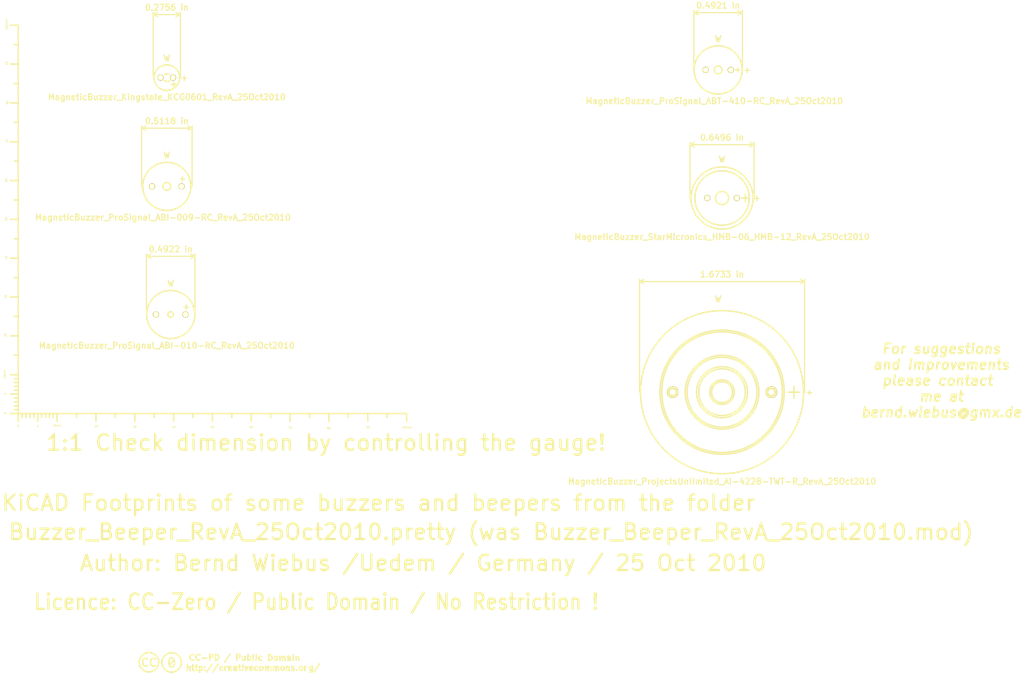
<source format=kicad_pcb>
(kicad_pcb (version 3) (host pcbnew "(2014-02-28 BZR 4727)-product")

  (general
    (links 0)
    (no_connects 0)
    (area 15.306039 16.3576 261.53513 180.09997)
    (thickness 1.6002)
    (drawings 12)
    (tracks 0)
    (zones 0)
    (modules 8)
    (nets 1)
  )

  (page A4)
  (layers
    (15 Vorderseite signal)
    (0 Rückseite signal)
    (16 B.Adhes user)
    (17 F.Adhes user)
    (18 B.Paste user)
    (19 F.Paste user)
    (20 B.SilkS user)
    (21 F.SilkS user)
    (22 B.Mask user)
    (23 F.Mask user)
    (24 Dwgs.User user)
    (25 Cmts.User user)
    (26 Eco1.User user)
    (27 Eco2.User user)
    (28 Edge.Cuts user)
  )

  (setup
    (last_trace_width 0.2032)
    (trace_clearance 0.254)
    (zone_clearance 0.508)
    (zone_45_only no)
    (trace_min 0.2032)
    (segment_width 0.3048)
    (edge_width 0.3048)
    (via_size 0.889)
    (via_drill 0.635)
    (via_min_size 0.889)
    (via_min_drill 0.508)
    (uvia_size 0.508)
    (uvia_drill 0.127)
    (uvias_allowed no)
    (uvia_min_size 0.508)
    (uvia_min_drill 0.127)
    (pcb_text_width 0.3048)
    (pcb_text_size 1.524 1.524)
    (mod_edge_width 0.3048)
    (mod_text_size 1.27 1.27)
    (mod_text_width 0.254)
    (pad_size 5.99948 5.99948)
    (pad_drill 5.00126)
    (pad_to_mask_clearance 0.254)
    (aux_axis_origin 0 0)
    (visible_elements 7FFFFFFF)
    (pcbplotparams
      (layerselection 3178497)
      (usegerberextensions true)
      (excludeedgelayer true)
      (linewidth 0.150000)
      (plotframeref false)
      (viasonmask false)
      (mode 1)
      (useauxorigin false)
      (hpglpennumber 1)
      (hpglpenspeed 20)
      (hpglpendiameter 15)
      (hpglpenoverlay 2)
      (psnegative false)
      (psa4output false)
      (plotreference true)
      (plotvalue true)
      (plotothertext true)
      (plotinvisibletext false)
      (padsonsilk false)
      (subtractmaskfromsilk false)
      (outputformat 1)
      (mirror false)
      (drillshape 1)
      (scaleselection 1)
      (outputdirectory ""))
  )

  (net 0 "")

  (net_class Default "Dies ist die voreingestellte Netzklasse."
    (clearance 0.254)
    (trace_width 0.2032)
    (via_dia 0.889)
    (via_drill 0.635)
    (uvia_dia 0.508)
    (uvia_drill 0.127)
    (add_net "")
  )

  (module MagneticBuzzer_Kingstate_KCG0601_RevA_25Oct2010 (layer Vorderseite) (tedit 4D88ECCA) (tstamp 4D88EC31)
    (at 55.99938 35.99942)
    (descr "Buzzer, Elektromagnetic Beeper, Summer,")
    (tags "Kingstate, KCG0601,")
    (path MagneticBuzzer_Kingstate_KCG0601_RevA_25Oct2010)
    (fp_text reference W (at 0 -5.00126) (layer F.SilkS)
      (effects (font (thickness 0.3048)))
    )
    (fp_text value MagneticBuzzer_Kingstate_KCG0601_RevA_25Oct2010 (at 0 5.00126) (layer F.SilkS)
      (effects (font (thickness 0.3048)))
    )
    (fp_line (start 1.24968 1.75006) (end 2.25044 1.75006) (layer F.SilkS) (width 0.381))
    (fp_line (start 1.75006 1.24968) (end 1.75006 2.25044) (layer F.SilkS) (width 0.381))
    (fp_line (start 0.70104 0.70104) (end 0.59944 0.8001) (layer F.SilkS) (width 0.381))
    (fp_line (start 0.59944 0.8001) (end 0.39878 0.89916) (layer F.SilkS) (width 0.381))
    (fp_line (start 0.39878 0.89916) (end 0.09906 1.00076) (layer F.SilkS) (width 0.381))
    (fp_line (start 0.09906 1.00076) (end -0.09906 1.00076) (layer F.SilkS) (width 0.381))
    (fp_line (start -0.09906 1.00076) (end -0.39878 0.89916) (layer F.SilkS) (width 0.381))
    (fp_line (start -0.39878 0.89916) (end -0.59944 0.8001) (layer F.SilkS) (width 0.381))
    (fp_line (start 0.59944 -0.8001) (end 0.39878 -0.89916) (layer F.SilkS) (width 0.381))
    (fp_line (start 0.39878 -0.89916) (end 0.09906 -1.00076) (layer F.SilkS) (width 0.381))
    (fp_line (start 0.09906 -1.00076) (end -0.09906 -1.00076) (layer F.SilkS) (width 0.381))
    (fp_line (start -0.09906 -1.00076) (end -0.39878 -0.89916) (layer F.SilkS) (width 0.381))
    (fp_line (start -0.39878 -0.89916) (end -0.59944 -0.8001) (layer F.SilkS) (width 0.381))
    (fp_circle (center 0 0) (end 3.29946 0) (layer F.SilkS) (width 0.381))
    (fp_text user + (at 4.50088 0) (layer F.SilkS)
      (effects (font (thickness 0.3048)))
    )
    (pad 1 thru_hole circle (at -1.6002 0) (size 1.6002 1.6002) (drill 1.00076) (layers *.Cu *.Mask F.SilkS))
    (pad 2 thru_hole circle (at 1.6002 0) (size 1.6002 1.6002) (drill 1.00076) (layers *.Cu *.Mask F.SilkS))
  )

  (module MagneticBuzzer_ProjectsUnlimited_AI-4228-TWT-R_RevA_25Oct2010 (layer Vorderseite) (tedit 4CC43270) (tstamp 4D88EC38)
    (at 198.99884 117.00002)
    (descr "Buzzer, Elektromagnetic Beeper, Summer, 3-28V-DC,")
    (tags "Projects Unlimited, AI-4228-TWT-R,")
    (fp_text reference W (at -1.00076 -24.00046) (layer F.SilkS)
      (effects (font (thickness 0.3048)))
    )
    (fp_text value MagneticBuzzer_ProjectsUnlimited_AI-4228-TWT-R_RevA_25Oct2010 (at 0 22.9997) (layer F.SilkS)
      (effects (font (thickness 0.3048)))
    )
    (fp_line (start 18.49882 0) (end 18.49882 1.50114) (layer F.SilkS) (width 0.381))
    (fp_line (start 18.49882 0) (end 18.49882 -1.50114) (layer F.SilkS) (width 0.381))
    (fp_line (start 18.49882 0) (end 17.00022 0) (layer F.SilkS) (width 0.381))
    (fp_line (start 17.00022 0) (end 19.99996 0) (layer F.SilkS) (width 0.381))
    (fp_circle (center 0 0) (end 2.49936 1.00076) (layer F.SilkS) (width 0.381))
    (fp_circle (center 0 0) (end 2.99974 1.00076) (layer F.SilkS) (width 0.381))
    (fp_circle (center 0 0) (end 5.99948 0.50038) (layer F.SilkS) (width 0.381))
    (fp_circle (center 0 0) (end 6.49986 1.00076) (layer F.SilkS) (width 0.381))
    (fp_circle (center 0 0) (end 8.99922 0) (layer F.SilkS) (width 0.381))
    (fp_circle (center 0 0) (end 9.4996 0) (layer F.SilkS) (width 0.381))
    (fp_circle (center 0 0) (end 15.49908 1.00076) (layer F.SilkS) (width 0.381))
    (fp_circle (center 0 0) (end 15.99946 0) (layer F.SilkS) (width 0.381))
    (fp_circle (center 0 0) (end 21.00072 0) (layer F.SilkS) (width 0.381))
    (fp_text user + (at 22.49932 0) (layer F.SilkS)
      (effects (font (thickness 0.3048)))
    )
    (pad 1 thru_hole circle (at -12.7 0) (size 2.99974 2.99974) (drill 1.50114) (layers *.Cu *.Mask F.SilkS))
    (pad 2 thru_hole circle (at 12.7 0) (size 2.99974 2.99974) (drill 1.50114) (layers *.Cu *.Mask F.SilkS))
  )

  (module MagneticBuzzer_ProSignal_ABI-009-RC_RevA_25Oct2010 (layer Vorderseite) (tedit 4CC43334) (tstamp 4D88EC40)
    (at 55.99938 64.00038)
    (descr "Buzzer, Elektromagnetic Beeper, Summer, 6V-DC,")
    (tags "Pro Signal, ABI-009-RC,")
    (fp_text reference W (at 0 -8.001) (layer F.SilkS)
      (effects (font (thickness 0.3048)))
    )
    (fp_text value MagneticBuzzer_ProSignal_ABI-009-RC_RevA_25Oct2010 (at -1.00076 8.001) (layer F.SilkS)
      (effects (font (thickness 0.3048)))
    )
    (fp_circle (center 0 0) (end 1.00076 0) (layer F.SilkS) (width 0.381))
    (fp_text user + (at 4.0005 -1.99898) (layer F.SilkS)
      (effects (font (thickness 0.3048)))
    )
    (fp_circle (center 0 0) (end 6.20014 0) (layer F.SilkS) (width 0.381))
    (pad 1 thru_hole circle (at -3.79984 0) (size 1.6002 1.6002) (drill 1.00076) (layers *.Cu *.Mask F.SilkS))
    (pad 2 thru_hole circle (at 3.79984 0) (size 1.6002 1.6002) (drill 1.00076) (layers *.Cu *.Mask F.SilkS))
  )

  (module MagneticBuzzer_ProSignal_ABI-010-RC_RevA_25Oct2010 (layer Vorderseite) (tedit 4CC43322) (tstamp 4D88EC48)
    (at 57.00014 97.00006)
    (descr "Buzzer, Elektromagnetic Beeper, Summer, 12V-DC,")
    (tags "Pro Signal, ABI-010-RC,")
    (fp_text reference W (at 0 -8.001) (layer F.SilkS)
      (effects (font (thickness 0.3048)))
    )
    (fp_text value MagneticBuzzer_ProSignal_ABI-010-RC_RevA_25Oct2010 (at -1.00076 8.001) (layer F.SilkS)
      (effects (font (thickness 0.3048)))
    )
    (fp_circle (center 0 0) (end 0.50038 0.50038) (layer F.SilkS) (width 0.381))
    (fp_text user + (at 4.0005 -1.99898) (layer F.SilkS)
      (effects (font (thickness 0.3048)))
    )
    (fp_circle (center 0 0) (end 6.20014 0) (layer F.SilkS) (width 0.381))
    (pad 1 thru_hole circle (at -3.79984 0) (size 1.6002 1.6002) (drill 1.00076) (layers *.Cu *.Mask F.SilkS))
    (pad 2 thru_hole circle (at 3.79984 0) (size 1.6002 1.6002) (drill 1.00076) (layers *.Cu *.Mask F.SilkS))
  )

  (module MagneticBuzzer_ProSignal_ABT-410-RC_RevA_25Oct2010 (layer Vorderseite) (tedit 4CC432DA) (tstamp 4D88EC57)
    (at 198.00062 34.00044)
    (descr "Buzzer, Elektromagnetic Beeper, Summer, 1,5V-DC,")
    (tags "Pro Signal, ABT-410-RC,")
    (fp_text reference W (at 0 -8.001) (layer F.SilkS)
      (effects (font (thickness 0.3048)))
    )
    (fp_text value MagneticBuzzer_ProSignal_ABT-410-RC_RevA_25Oct2010 (at -1.00076 8.001) (layer F.SilkS)
      (effects (font (thickness 0.3048)))
    )
    (fp_line (start 5.00126 -0.50038) (end 5.00126 0.50038) (layer F.SilkS) (width 0.381))
    (fp_line (start 4.50088 0) (end 5.4991 0) (layer F.SilkS) (width 0.381))
    (fp_circle (center 0 0) (end 1.00076 0) (layer F.SilkS) (width 0.381))
    (fp_text user + (at 7.50062 0) (layer F.SilkS)
      (effects (font (thickness 0.3048)))
    )
    (fp_circle (center 0 0) (end 6.20014 0) (layer F.SilkS) (width 0.381))
    (pad 1 thru_hole circle (at -3.2512 0) (size 1.6002 1.6002) (drill 1.00076) (layers *.Cu *.Mask F.SilkS))
    (pad 2 thru_hole circle (at 3.2512 0) (size 1.6002 1.6002) (drill 1.00076) (layers *.Cu *.Mask F.SilkS))
  )

  (module MagneticBuzzer_StarMicronics_HMB-06_HMB-12_RevA_25Oct2010 (layer Vorderseite) (tedit 4CC43363) (tstamp 4D88EC5E)
    (at 198.99884 67.00012)
    (descr "Buzzer, Elektromagnetic Beeper, Summer,")
    (tags "Star Micronics, HMB-06, HMB-12,")
    (fp_text reference W (at 0 -9.99998) (layer F.SilkS)
      (effects (font (thickness 0.3048)))
    )
    (fp_text value MagneticBuzzer_StarMicronics_HMB-06_HMB-12_RevA_25Oct2010 (at 0 9.99998) (layer F.SilkS)
      (effects (font (thickness 0.3048)))
    )
    (fp_line (start 5.99948 -1.00076) (end 5.99948 1.00076) (layer F.SilkS) (width 0.381))
    (fp_line (start 5.00126 0) (end 7.00024 0) (layer F.SilkS) (width 0.381))
    (fp_circle (center 0 0) (end 1.69926 0) (layer F.SilkS) (width 0.381))
    (fp_circle (center 0 0) (end 7.00024 0) (layer F.SilkS) (width 0.381))
    (fp_circle (center 0 0) (end 8.001 0) (layer F.SilkS) (width 0.381))
    (fp_text user + (at 8.99922 0) (layer F.SilkS)
      (effects (font (thickness 0.3048)))
    )
    (pad 1 thru_hole circle (at -3.79984 0) (size 1.6002 1.6002) (drill 1.00076) (layers *.Cu *.Mask F.SilkS))
    (pad 2 thru_hole circle (at 3.79984 0) (size 1.6002 1.6002) (drill 1.00076) (layers *.Cu *.Mask F.SilkS))
  )

  (module Gauge_100mm_Type2_SilkScreenTop_RevA_Date22Jun2010 (layer Vorderseite) (tedit 4C20E30C) (tstamp 4D88F07A)
    (at 17.74952 122.49912)
    (descr "Gauge, Massstab, 100mm, SilkScreenTop, Type 2,")
    (tags "Gauge, Massstab, 100mm, SilkScreenTop, Type 2,")
    (path Gauge_100mm_Type2_SilkScreenTop_RevA_Date22Jun2010)
    (fp_text reference MSC (at 4.0005 8.99922) (layer F.SilkS) hide
      (effects (font (thickness 0.3048)))
    )
    (fp_text value Gauge_100mm_Type2_SilkScreenTop_RevA_Date22Jun2010 (at 45.9994 8.99922) (layer F.SilkS) hide
      (effects (font (thickness 0.3048)))
    )
    (fp_text user 10mm (at 10.00506 3.0988) (layer F.SilkS)
      (effects (font (size 0.50038 0.50038) (thickness 0.09906)))
    )
    (fp_text user 0 (at 0.00508 3.19786) (layer F.SilkS)
      (effects (font (size 0.50038 0.50038) (thickness 0.09906)))
    )
    (fp_text user 5 (at 5.0038 3.29946) (layer F.SilkS)
      (effects (font (size 0.50038 0.50038) (thickness 0.09906)))
    )
    (fp_text user 20 (at 20.1041 3.29946) (layer F.SilkS)
      (effects (font (size 0.50038 0.50038) (thickness 0.09906)))
    )
    (fp_text user 30 (at 30.00502 3.39852) (layer F.SilkS)
      (effects (font (size 0.50038 0.50038) (thickness 0.09906)))
    )
    (fp_text user 40 (at 40.005 3.50012) (layer F.SilkS)
      (effects (font (size 0.50038 0.50038) (thickness 0.09906)))
    )
    (fp_text user 50 (at 50.00498 3.50012) (layer F.SilkS)
      (effects (font (size 0.50038 0.50038) (thickness 0.09906)))
    )
    (fp_text user 60 (at 60.00496 3.50012) (layer F.SilkS)
      (effects (font (size 0.50038 0.50038) (thickness 0.09906)))
    )
    (fp_text user 70 (at 70.00494 3.70078) (layer F.SilkS)
      (effects (font (size 0.50038 0.50038) (thickness 0.09906)))
    )
    (fp_text user 80 (at 80.00492 3.79984) (layer F.SilkS)
      (effects (font (size 0.50038 0.50038) (thickness 0.09906)))
    )
    (fp_text user 90 (at 90.1065 3.60172) (layer F.SilkS)
      (effects (font (size 0.50038 0.50038) (thickness 0.09906)))
    )
    (fp_text user 100mm (at 100.10648 3.60172) (layer F.SilkS)
      (effects (font (size 0.50038 0.50038) (thickness 0.09906)))
    )
    (fp_line (start 0 -8.99922) (end -1.00076 -8.99922) (layer F.SilkS) (width 0.381))
    (fp_line (start 0 -8.001) (end -1.00076 -8.001) (layer F.SilkS) (width 0.381))
    (fp_line (start 0 -7.00024) (end -1.00076 -7.00024) (layer F.SilkS) (width 0.381))
    (fp_line (start 0 -5.99948) (end -1.00076 -5.99948) (layer F.SilkS) (width 0.381))
    (fp_line (start 0 -4.0005) (end -1.00076 -4.0005) (layer F.SilkS) (width 0.381))
    (fp_line (start 0 -2.99974) (end -1.00076 -2.99974) (layer F.SilkS) (width 0.381))
    (fp_line (start 0 -1.99898) (end -1.00076 -1.99898) (layer F.SilkS) (width 0.381))
    (fp_line (start 0 -1.00076) (end -1.00076 -1.00076) (layer F.SilkS) (width 0.381))
    (fp_line (start 0 0) (end -1.99898 0) (layer F.SilkS) (width 0.381))
    (fp_line (start 0 -5.00126) (end -1.99898 -5.00126) (layer F.SilkS) (width 0.381))
    (fp_line (start 0 -9.99998) (end -1.99898 -9.99998) (layer F.SilkS) (width 0.381))
    (fp_line (start 0 -15.00124) (end -1.00076 -15.00124) (layer F.SilkS) (width 0.381))
    (fp_line (start 0 -19.99996) (end -1.99898 -19.99996) (layer F.SilkS) (width 0.381))
    (fp_line (start 0 -25.00122) (end -1.00076 -25.00122) (layer F.SilkS) (width 0.381))
    (fp_line (start 0 -29.99994) (end -1.99898 -29.99994) (layer F.SilkS) (width 0.381))
    (fp_line (start 0 -35.0012) (end -1.00076 -35.0012) (layer F.SilkS) (width 0.381))
    (fp_line (start 0 -39.99992) (end -1.99898 -39.99992) (layer F.SilkS) (width 0.381))
    (fp_line (start 0 -45.00118) (end -1.00076 -45.00118) (layer F.SilkS) (width 0.381))
    (fp_line (start 0 -49.9999) (end -1.99898 -49.9999) (layer F.SilkS) (width 0.381))
    (fp_line (start 0 -55.00116) (end -1.00076 -55.00116) (layer F.SilkS) (width 0.381))
    (fp_line (start 0 -59.99988) (end -1.99898 -59.99988) (layer F.SilkS) (width 0.381))
    (fp_line (start 0 -65.00114) (end -1.00076 -65.00114) (layer F.SilkS) (width 0.381))
    (fp_line (start 0 -69.99986) (end -1.99898 -69.99986) (layer F.SilkS) (width 0.381))
    (fp_line (start 0 -75.00112) (end -1.00076 -75.00112) (layer F.SilkS) (width 0.381))
    (fp_line (start 0 -79.99984) (end -1.99898 -79.99984) (layer F.SilkS) (width 0.381))
    (fp_line (start 0 -85.0011) (end -1.00076 -85.0011) (layer F.SilkS) (width 0.381))
    (fp_line (start 0 -89.99982) (end -1.99898 -89.99982) (layer F.SilkS) (width 0.381))
    (fp_line (start 0 -95.00108) (end -1.00076 -95.00108) (layer F.SilkS) (width 0.381))
    (fp_line (start 0 0) (end 0 -99.9998) (layer F.SilkS) (width 0.381))
    (fp_line (start 0 -99.9998) (end -1.99898 -99.9998) (layer F.SilkS) (width 0.381))
    (fp_text user 100mm (at -2.99974 -100.20554 90) (layer F.SilkS)
      (effects (font (size 0.50038 0.50038) (thickness 0.09906)))
    )
    (fp_text user 90 (at -2.99974 -90.20556 90) (layer F.SilkS)
      (effects (font (size 0.50038 0.50038) (thickness 0.09906)))
    )
    (fp_text user 80 (at -2.80162 -80.10398 90) (layer F.SilkS)
      (effects (font (size 0.50038 0.50038) (thickness 0.09906)))
    )
    (fp_text user 70 (at -2.90068 -70.104 90) (layer F.SilkS)
      (effects (font (size 0.50038 0.50038) (thickness 0.09906)))
    )
    (fp_text user 60 (at -3.10134 -60.10402 90) (layer F.SilkS)
      (effects (font (size 0.50038 0.50038) (thickness 0.09906)))
    )
    (fp_text user 50 (at -3.10134 -50.10404 90) (layer F.SilkS)
      (effects (font (size 0.50038 0.50038) (thickness 0.09906)))
    )
    (fp_text user 40 (at -3.10134 -40.10406 90) (layer F.SilkS)
      (effects (font (size 0.50038 0.50038) (thickness 0.09906)))
    )
    (fp_text user 30 (at -3.20294 -30.10408 90) (layer F.SilkS)
      (effects (font (size 0.50038 0.50038) (thickness 0.09906)))
    )
    (fp_text user 20 (at -3.302 -20.20316 90) (layer F.SilkS)
      (effects (font (size 0.50038 0.50038) (thickness 0.09906)))
    )
    (fp_line (start 95.00108 0) (end 95.00108 1.00076) (layer F.SilkS) (width 0.381))
    (fp_line (start 89.99982 0) (end 89.99982 1.99898) (layer F.SilkS) (width 0.381))
    (fp_line (start 85.0011 0) (end 85.0011 1.00076) (layer F.SilkS) (width 0.381))
    (fp_line (start 79.99984 0) (end 79.99984 1.99898) (layer F.SilkS) (width 0.381))
    (fp_line (start 75.00112 0) (end 75.00112 1.00076) (layer F.SilkS) (width 0.381))
    (fp_line (start 69.99986 0) (end 69.99986 1.99898) (layer F.SilkS) (width 0.381))
    (fp_line (start 65.00114 0) (end 65.00114 1.00076) (layer F.SilkS) (width 0.381))
    (fp_line (start 59.99988 0) (end 59.99988 1.99898) (layer F.SilkS) (width 0.381))
    (fp_line (start 55.00116 0) (end 55.00116 1.00076) (layer F.SilkS) (width 0.381))
    (fp_line (start 49.9999 0) (end 49.9999 1.99898) (layer F.SilkS) (width 0.381))
    (fp_line (start 45.00118 0) (end 45.00118 1.00076) (layer F.SilkS) (width 0.381))
    (fp_line (start 39.99992 0) (end 39.99992 1.99898) (layer F.SilkS) (width 0.381))
    (fp_line (start 35.0012 0) (end 35.0012 1.00076) (layer F.SilkS) (width 0.381))
    (fp_line (start 29.99994 0) (end 29.99994 1.99898) (layer F.SilkS) (width 0.381))
    (fp_line (start 25.00122 0) (end 25.00122 1.00076) (layer F.SilkS) (width 0.381))
    (fp_line (start 19.99996 0) (end 19.99996 1.99898) (layer F.SilkS) (width 0.381))
    (fp_line (start 15.00124 0) (end 15.00124 1.00076) (layer F.SilkS) (width 0.381))
    (fp_line (start 9.99998 0) (end 99.9998 0) (layer F.SilkS) (width 0.381))
    (fp_line (start 99.9998 0) (end 99.9998 1.99898) (layer F.SilkS) (width 0.381))
    (fp_text user 5 (at -3.302 -5.10286 90) (layer F.SilkS)
      (effects (font (size 0.50038 0.50038) (thickness 0.09906)))
    )
    (fp_text user 0 (at -3.4036 -0.10414 90) (layer F.SilkS)
      (effects (font (size 0.50038 0.50038) (thickness 0.09906)))
    )
    (fp_text user 10mm (at -3.50266 -10.10412 90) (layer F.SilkS)
      (effects (font (size 0.50038 0.50038) (thickness 0.09906)))
    )
    (fp_line (start 8.99922 0) (end 8.99922 1.00076) (layer F.SilkS) (width 0.381))
    (fp_line (start 8.001 0) (end 8.001 1.00076) (layer F.SilkS) (width 0.381))
    (fp_line (start 7.00024 0) (end 7.00024 1.00076) (layer F.SilkS) (width 0.381))
    (fp_line (start 5.99948 0) (end 5.99948 1.00076) (layer F.SilkS) (width 0.381))
    (fp_line (start 4.0005 0) (end 4.0005 1.00076) (layer F.SilkS) (width 0.381))
    (fp_line (start 2.99974 0) (end 2.99974 1.00076) (layer F.SilkS) (width 0.381))
    (fp_line (start 1.99898 0) (end 1.99898 1.00076) (layer F.SilkS) (width 0.381))
    (fp_line (start 1.00076 0) (end 1.00076 1.00076) (layer F.SilkS) (width 0.381))
    (fp_line (start 5.00126 0) (end 5.00126 1.99898) (layer F.SilkS) (width 0.381))
    (fp_line (start 0 0) (end 0 1.99898) (layer F.SilkS) (width 0.381))
    (fp_line (start 0 0) (end 9.99998 0) (layer F.SilkS) (width 0.381))
    (fp_line (start 9.99998 0) (end 9.99998 1.99898) (layer F.SilkS) (width 0.381))
  )

  (module Symbols:Symbol_CreativeCommonsPublicDomain_SilkScreenTop_Small (layer Vorderseite) (tedit 5339B7A3) (tstamp 533A1702)
    (at 71 186.5)
    (descr "Symbol, Creative Commons Public Domain, SilkScreenTop, Small,")
    (tags "Symbol, Creative Commons Public Domain, SilkScreen Top, Small,")
    (path Symbol_CreativeCommons_CopperTop_Type2_Small)
    (fp_text reference Sym (at 0.59944 -7.29996) (layer F.SilkS) hide
      (effects (font (thickness 0.3048)))
    )
    (fp_text value Symbol_CreativeCommonsPublicDomain_SilkScreenTop_Small (at 0.59944 8.001) (layer F.SilkS) hide
      (effects (font (thickness 0.3048)))
    )
    (fp_line (start -13.2 -0.7) (end -14.25 0.85) (layer F.SilkS) (width 0.381))
    (fp_line (start 23 2.5) (end 24.3 0.45) (layer F.SilkS) (width 0.381))
    (fp_line (start 22.4 1.2) (end 22.05 1.15) (layer F.SilkS) (width 0.381))
    (fp_line (start 22.05 1.15) (end 21.8 1.3) (layer F.SilkS) (width 0.381))
    (fp_line (start 21.8 1.3) (end 21.75 1.7) (layer F.SilkS) (width 0.381))
    (fp_line (start 21.75 1.7) (end 21.95 2) (layer F.SilkS) (width 0.381))
    (fp_line (start 21.95 2) (end 22.15 2.1) (layer F.SilkS) (width 0.381))
    (fp_line (start 22.15 2.1) (end 22.4 2.1) (layer F.SilkS) (width 0.381))
    (fp_line (start 21.8 2.55) (end 22.05 2.65) (layer F.SilkS) (width 0.381))
    (fp_line (start 22.05 2.65) (end 22.35 2.55) (layer F.SilkS) (width 0.381))
    (fp_line (start 22.35 2.55) (end 22.5 2.25) (layer F.SilkS) (width 0.381))
    (fp_line (start 22.5 2.25) (end 22.5 1.1) (layer F.SilkS) (width 0.381))
    (fp_line (start 21.05 1.15) (end 20.9 1.15) (layer F.SilkS) (width 0.381))
    (fp_line (start 20.9 1.15) (end 20.65 1.3) (layer F.SilkS) (width 0.381))
    (fp_line (start 20.55 1.15) (end 20.55 2.2) (layer F.SilkS) (width 0.381))
    (fp_line (start 19.7 1.15) (end 19.4 1.15) (layer F.SilkS) (width 0.381))
    (fp_line (start 19.4 1.15) (end 19.15 1.35) (layer F.SilkS) (width 0.381))
    (fp_line (start 19.15 1.35) (end 19.15 1.7) (layer F.SilkS) (width 0.381))
    (fp_line (start 19.15 1.7) (end 19.25 2) (layer F.SilkS) (width 0.381))
    (fp_line (start 19.25 2) (end 19.55 2.2) (layer F.SilkS) (width 0.381))
    (fp_line (start 19.55 2.2) (end 19.85 2.05) (layer F.SilkS) (width 0.381))
    (fp_line (start 19.85 2.05) (end 19.95 1.7) (layer F.SilkS) (width 0.381))
    (fp_line (start 19.95 1.7) (end 19.95 1.45) (layer F.SilkS) (width 0.381))
    (fp_line (start 19.95 1.45) (end 19.75 1.2) (layer F.SilkS) (width 0.381))
    (fp_line (start 18.45 2) (end 18.45 2.15) (layer F.SilkS) (width 0.381))
    (fp_line (start 17.75 1.2) (end 17.45 1.1) (layer F.SilkS) (width 0.381))
    (fp_line (start 17.45 1.1) (end 17.2 1.25) (layer F.SilkS) (width 0.381))
    (fp_line (start 17.2 1.25) (end 17.2 1.5) (layer F.SilkS) (width 0.381))
    (fp_line (start 17.2 1.5) (end 17.5 1.65) (layer F.SilkS) (width 0.381))
    (fp_line (start 17.5 1.65) (end 17.75 1.75) (layer F.SilkS) (width 0.381))
    (fp_line (start 17.75 1.75) (end 17.8 2) (layer F.SilkS) (width 0.381))
    (fp_line (start 17.8 2) (end 17.55 2.15) (layer F.SilkS) (width 0.381))
    (fp_line (start 17.55 2.15) (end 17.3 2.2) (layer F.SilkS) (width 0.381))
    (fp_line (start 17.3 2.2) (end 17.2 2.1) (layer F.SilkS) (width 0.381))
    (fp_line (start 16.5 2.25) (end 16.55 1.4) (layer F.SilkS) (width 0.381))
    (fp_line (start 16.55 1.4) (end 16.4 1.2) (layer F.SilkS) (width 0.381))
    (fp_line (start 16.4 1.2) (end 16.2 1.2) (layer F.SilkS) (width 0.381))
    (fp_line (start 16.2 1.2) (end 15.9 1.3) (layer F.SilkS) (width 0.381))
    (fp_line (start 15.85 2.2) (end 15.85 1.15) (layer F.SilkS) (width 0.381))
    (fp_line (start 15.15 1.25) (end 15 1.15) (layer F.SilkS) (width 0.381))
    (fp_line (start 15 1.15) (end 14.75 1.15) (layer F.SilkS) (width 0.381))
    (fp_line (start 14.75 1.15) (end 14.55 1.2) (layer F.SilkS) (width 0.381))
    (fp_line (start 14.55 1.2) (end 14.45 1.4) (layer F.SilkS) (width 0.381))
    (fp_line (start 14.45 1.4) (end 14.4 1.7) (layer F.SilkS) (width 0.381))
    (fp_line (start 14.4 1.7) (end 14.45 1.9) (layer F.SilkS) (width 0.381))
    (fp_line (start 14.45 1.9) (end 14.6 2.1) (layer F.SilkS) (width 0.381))
    (fp_line (start 14.6 2.1) (end 14.85 2.15) (layer F.SilkS) (width 0.381))
    (fp_line (start 14.85 2.15) (end 15.1 2.05) (layer F.SilkS) (width 0.381))
    (fp_line (start 15.1 2.05) (end 15.2 1.8) (layer F.SilkS) (width 0.381))
    (fp_line (start 15.2 1.8) (end 15.25 1.6) (layer F.SilkS) (width 0.381))
    (fp_line (start 15.25 1.6) (end 15.2 1.35) (layer F.SilkS) (width 0.381))
    (fp_line (start 13.8 2.2) (end 13.75 1.3) (layer F.SilkS) (width 0.381))
    (fp_line (start 13.75 1.3) (end 13.6 1.15) (layer F.SilkS) (width 0.381))
    (fp_line (start 13.6 1.15) (end 13.35 1.2) (layer F.SilkS) (width 0.381))
    (fp_line (start 13.35 1.2) (end 13.2 1.3) (layer F.SilkS) (width 0.381))
    (fp_line (start 13.15 2.25) (end 13.15 1.3) (layer F.SilkS) (width 0.381))
    (fp_line (start 13.15 1.3) (end 12.95 1.15) (layer F.SilkS) (width 0.381))
    (fp_line (start 12.95 1.15) (end 12.7 1.2) (layer F.SilkS) (width 0.381))
    (fp_line (start 12.7 1.2) (end 12.55 1.25) (layer F.SilkS) (width 0.381))
    (fp_line (start 12.45 2.2) (end 12.45 1.2) (layer F.SilkS) (width 0.381))
    (fp_line (start 11.75 2.25) (end 11.75 1.35) (layer F.SilkS) (width 0.381))
    (fp_line (start 11.75 1.35) (end 11.6 1.2) (layer F.SilkS) (width 0.381))
    (fp_line (start 11.6 1.2) (end 11.4 1.15) (layer F.SilkS) (width 0.381))
    (fp_line (start 11.4 1.15) (end 11.1 1.25) (layer F.SilkS) (width 0.381))
    (fp_line (start 11.05 2.2) (end 11.05 1.35) (layer F.SilkS) (width 0.381))
    (fp_line (start 11.05 1.35) (end 10.9 1.2) (layer F.SilkS) (width 0.381))
    (fp_line (start 10.9 1.2) (end 10.5 1.25) (layer F.SilkS) (width 0.381))
    (fp_line (start 10.45 2.2) (end 10.45 1.15) (layer F.SilkS) (width 0.381))
    (fp_line (start 9.4 1.2) (end 9.2 1.2) (layer F.SilkS) (width 0.381))
    (fp_line (start 9.2 1.2) (end 8.9 1.55) (layer F.SilkS) (width 0.381))
    (fp_line (start 8.9 1.55) (end 9 2.05) (layer F.SilkS) (width 0.381))
    (fp_line (start 9 2.05) (end 9.25 2.15) (layer F.SilkS) (width 0.381))
    (fp_line (start 9.25 2.15) (end 9.5 2.1) (layer F.SilkS) (width 0.381))
    (fp_line (start 9.5 2.1) (end 9.7 1.95) (layer F.SilkS) (width 0.381))
    (fp_line (start 9.7 1.95) (end 9.8 1.65) (layer F.SilkS) (width 0.381))
    (fp_line (start 9.8 1.65) (end 9.75 1.35) (layer F.SilkS) (width 0.381))
    (fp_line (start 9.75 1.35) (end 9.55 1.2) (layer F.SilkS) (width 0.381))
    (fp_line (start 8.45 1.25) (end 8.2 1.15) (layer F.SilkS) (width 0.381))
    (fp_line (start 8.2 1.15) (end 7.95 1.15) (layer F.SilkS) (width 0.381))
    (fp_line (start 7.95 1.15) (end 7.75 1.35) (layer F.SilkS) (width 0.381))
    (fp_line (start 7.75 1.35) (end 7.65 1.75) (layer F.SilkS) (width 0.381))
    (fp_line (start 7.65 1.75) (end 7.7 2) (layer F.SilkS) (width 0.381))
    (fp_line (start 7.7 2) (end 7.85 2.1) (layer F.SilkS) (width 0.381))
    (fp_line (start 7.85 2.1) (end 8.15 2.15) (layer F.SilkS) (width 0.381))
    (fp_line (start 8.15 2.15) (end 8.35 2.05) (layer F.SilkS) (width 0.381))
    (fp_line (start 7.1 2.1) (end 6.85 2.15) (layer F.SilkS) (width 0.381))
    (fp_line (start 6.85 2.15) (end 6.6 2.15) (layer F.SilkS) (width 0.381))
    (fp_line (start 6.6 2.15) (end 6.4 1.95) (layer F.SilkS) (width 0.381))
    (fp_line (start 6.4 1.95) (end 6.35 1.6) (layer F.SilkS) (width 0.381))
    (fp_line (start 6.35 1.6) (end 6.35 1.25) (layer F.SilkS) (width 0.381))
    (fp_line (start 6.35 1.25) (end 6.6 1.15) (layer F.SilkS) (width 0.381))
    (fp_line (start 6.6 1.15) (end 6.95 1.15) (layer F.SilkS) (width 0.381))
    (fp_line (start 6.95 1.15) (end 7.15 1.35) (layer F.SilkS) (width 0.381))
    (fp_line (start 7.15 1.35) (end 7.2 1.45) (layer F.SilkS) (width 0.381))
    (fp_line (start 7.2 1.45) (end 6.45 1.7) (layer F.SilkS) (width 0.381))
    (fp_line (start 5.1 1.1) (end 5.5 2.15) (layer F.SilkS) (width 0.381))
    (fp_line (start 5.5 2.15) (end 5.85 1.15) (layer F.SilkS) (width 0.381))
    (fp_line (start 4.55 1.15) (end 4.55 2.15) (layer F.SilkS) (width 0.381))
    (fp_line (start 4.55 0.6) (end 4.55 0.75) (layer F.SilkS) (width 0.381))
    (fp_line (start 3.4 1.15) (end 4.05 1.15) (layer F.SilkS) (width 0.381))
    (fp_line (start 3.7 0.7) (end 3.7 1.95) (layer F.SilkS) (width 0.381))
    (fp_line (start 3.7 1.95) (end 3.85 2.1) (layer F.SilkS) (width 0.381))
    (fp_line (start 3.85 2.1) (end 4 2.15) (layer F.SilkS) (width 0.381))
    (fp_line (start 2.25 1.2) (end 2.4 1.15) (layer F.SilkS) (width 0.381))
    (fp_line (start 2.4 1.15) (end 2.8 1.15) (layer F.SilkS) (width 0.381))
    (fp_line (start 2.8 1.15) (end 2.95 1.35) (layer F.SilkS) (width 0.381))
    (fp_line (start 2.95 1.35) (end 2.95 2.2) (layer F.SilkS) (width 0.381))
    (fp_line (start 2.95 2.2) (end 2.95 2.15) (layer F.SilkS) (width 0.381))
    (fp_line (start 2.95 2.15) (end 2.45 2.15) (layer F.SilkS) (width 0.381))
    (fp_line (start 2.45 2.15) (end 2.3 2.05) (layer F.SilkS) (width 0.381))
    (fp_line (start 2.3 2.05) (end 2.25 1.8) (layer F.SilkS) (width 0.381))
    (fp_line (start 2.25 1.8) (end 2.35 1.65) (layer F.SilkS) (width 0.381))
    (fp_line (start 2.35 1.65) (end 2.85 1.6) (layer F.SilkS) (width 0.381))
    (fp_line (start 1.6 2.1) (end 1.3 2.15) (layer F.SilkS) (width 0.381))
    (fp_line (start 1.3 2.15) (end 1.05 2.15) (layer F.SilkS) (width 0.381))
    (fp_line (start 1.05 2.15) (end 0.95 1.85) (layer F.SilkS) (width 0.381))
    (fp_line (start 0.95 1.85) (end 0.9 1.5) (layer F.SilkS) (width 0.381))
    (fp_line (start 0.9 1.5) (end 1 1.25) (layer F.SilkS) (width 0.381))
    (fp_line (start 1 1.25) (end 1.2 1.15) (layer F.SilkS) (width 0.381))
    (fp_line (start 1.2 1.15) (end 1.45 1.15) (layer F.SilkS) (width 0.381))
    (fp_line (start 1.45 1.15) (end 1.65 1.35) (layer F.SilkS) (width 0.381))
    (fp_line (start 1.65 1.35) (end 1.65 1.45) (layer F.SilkS) (width 0.381))
    (fp_line (start 1.65 1.45) (end 1 1.7) (layer F.SilkS) (width 0.381))
    (fp_line (start 0.55 1.15) (end 0.3 1.2) (layer F.SilkS) (width 0.381))
    (fp_line (start 0.3 1.2) (end 0.1 1.35) (layer F.SilkS) (width 0.381))
    (fp_line (start 0 2.15) (end 0 1.1) (layer F.SilkS) (width 0.381))
    (fp_line (start -0.6 1.25) (end -0.85 1.15) (layer F.SilkS) (width 0.381))
    (fp_line (start -0.85 1.15) (end -1.15 1.2) (layer F.SilkS) (width 0.381))
    (fp_line (start -1.15 1.2) (end -1.35 1.6) (layer F.SilkS) (width 0.381))
    (fp_line (start -1.35 1.6) (end -1.25 2) (layer F.SilkS) (width 0.381))
    (fp_line (start -1.25 2) (end -0.95 2.15) (layer F.SilkS) (width 0.381))
    (fp_line (start -0.95 2.15) (end -0.65 2.05) (layer F.SilkS) (width 0.381))
    (fp_line (start -3.1 2.55) (end -1.8 0.55) (layer F.SilkS) (width 0.381))
    (fp_line (start -4.7 2.55) (end -3.4 0.6) (layer F.SilkS) (width 0.381))
    (fp_line (start -5.15 2) (end -5.2 2.15) (layer F.SilkS) (width 0.381))
    (fp_line (start -5.2 1.2) (end -5.2 1.3) (layer F.SilkS) (width 0.381))
    (fp_line (start -6.5 2.15) (end -6.15 2.15) (layer F.SilkS) (width 0.381))
    (fp_line (start -6.15 2.15) (end -5.9 1.95) (layer F.SilkS) (width 0.381))
    (fp_line (start -5.9 1.95) (end -5.8 1.65) (layer F.SilkS) (width 0.381))
    (fp_line (start -5.8 1.65) (end -5.85 1.3) (layer F.SilkS) (width 0.381))
    (fp_line (start -5.85 1.3) (end -6.1 1.15) (layer F.SilkS) (width 0.381))
    (fp_line (start -6.1 1.15) (end -6.45 1.25) (layer F.SilkS) (width 0.381))
    (fp_line (start -6.55 2.7) (end -6.55 1.15) (layer F.SilkS) (width 0.381))
    (fp_line (start -7.05 1.15) (end -7.55 1.15) (layer F.SilkS) (width 0.381))
    (fp_line (start -7.4 0.65) (end -7.4 2.05) (layer F.SilkS) (width 0.381))
    (fp_line (start -7.4 2.05) (end -7.15 2.15) (layer F.SilkS) (width 0.381))
    (fp_line (start -7.15 2.15) (end -7.05 2.15) (layer F.SilkS) (width 0.381))
    (fp_line (start -8.65 1.15) (end -8.05 1.15) (layer F.SilkS) (width 0.381))
    (fp_line (start -8.3 0.65) (end -8.3 2.05) (layer F.SilkS) (width 0.381))
    (fp_line (start -8.3 2.05) (end -8.15 2.2) (layer F.SilkS) (width 0.381))
    (fp_line (start -8.15 2.2) (end -7.95 2.2) (layer F.SilkS) (width 0.381))
    (fp_line (start -9 2.25) (end -9.05 1.4) (layer F.SilkS) (width 0.381))
    (fp_line (start -9.05 1.4) (end -9.15 1.2) (layer F.SilkS) (width 0.381))
    (fp_line (start -9.15 1.2) (end -9.55 1.2) (layer F.SilkS) (width 0.381))
    (fp_line (start -9.7 0.65) (end -9.7 2.15) (layer F.SilkS) (width 0.381))
    (fp_line (start 19 -0.45) (end 18.95 -1.15) (layer F.SilkS) (width 0.381))
    (fp_line (start 18.95 -1.15) (end 18.85 -1.35) (layer F.SilkS) (width 0.381))
    (fp_line (start 18.85 -1.35) (end 18.7 -1.4) (layer F.SilkS) (width 0.381))
    (fp_line (start 18.7 -1.4) (end 18.35 -1.35) (layer F.SilkS) (width 0.381))
    (fp_line (start 18.3 -1.4) (end 18.3 -0.5) (layer F.SilkS) (width 0.381))
    (fp_line (start 17.55 -1.4) (end 17.55 -0.45) (layer F.SilkS) (width 0.381))
    (fp_line (start 17.55 -1.95) (end 17.55 -1.85) (layer F.SilkS) (width 0.381))
    (fp_line (start 16.6 -0.95) (end 16.3 -0.95) (layer F.SilkS) (width 0.381))
    (fp_line (start 16.3 -0.95) (end 16.15 -0.8) (layer F.SilkS) (width 0.381))
    (fp_line (start 16.15 -0.8) (end 16.15 -0.55) (layer F.SilkS) (width 0.381))
    (fp_line (start 16.15 -0.55) (end 16.35 -0.45) (layer F.SilkS) (width 0.381))
    (fp_line (start 16.35 -0.45) (end 16.75 -0.5) (layer F.SilkS) (width 0.381))
    (fp_line (start 16.15 -1.35) (end 16.3 -1.45) (layer F.SilkS) (width 0.381))
    (fp_line (start 16.3 -1.45) (end 16.65 -1.45) (layer F.SilkS) (width 0.381))
    (fp_line (start 16.65 -1.45) (end 16.8 -1.25) (layer F.SilkS) (width 0.381))
    (fp_line (start 16.8 -1.25) (end 16.85 -0.4) (layer F.SilkS) (width 0.381))
    (fp_line (start 15.45 -0.35) (end 15.45 -1.1) (layer F.SilkS) (width 0.381))
    (fp_line (start 15.45 -1.1) (end 15.4 -1.3) (layer F.SilkS) (width 0.381))
    (fp_line (start 15.4 -1.3) (end 15.3 -1.4) (layer F.SilkS) (width 0.381))
    (fp_line (start 15.3 -1.4) (end 15.05 -1.4) (layer F.SilkS) (width 0.381))
    (fp_line (start 15.05 -1.4) (end 14.85 -1.3) (layer F.SilkS) (width 0.381))
    (fp_line (start 14.8 -0.4) (end 14.8 -1.25) (layer F.SilkS) (width 0.381))
    (fp_line (start 14.8 -1.25) (end 14.7 -1.35) (layer F.SilkS) (width 0.381))
    (fp_line (start 14.7 -1.35) (end 14.5 -1.4) (layer F.SilkS) (width 0.381))
    (fp_line (start 14.5 -1.4) (end 14.25 -1.35) (layer F.SilkS) (width 0.381))
    (fp_line (start 14.15 -0.4) (end 14.15 -1.45) (layer F.SilkS) (width 0.381))
    (fp_line (start 13.1 -1.45) (end 12.85 -1.35) (layer F.SilkS) (width 0.381))
    (fp_line (start 12.85 -1.35) (end 12.7 -1.05) (layer F.SilkS) (width 0.381))
    (fp_line (start 12.7 -1.05) (end 12.7 -0.7) (layer F.SilkS) (width 0.381))
    (fp_line (start 12.7 -0.7) (end 12.95 -0.45) (layer F.SilkS) (width 0.381))
    (fp_line (start 12.95 -0.45) (end 13.25 -0.5) (layer F.SilkS) (width 0.381))
    (fp_line (start 13.25 -0.5) (end 13.45 -0.75) (layer F.SilkS) (width 0.381))
    (fp_line (start 13.45 -0.75) (end 13.45 -1.1) (layer F.SilkS) (width 0.381))
    (fp_line (start 13.45 -1.1) (end 13.4 -1.25) (layer F.SilkS) (width 0.381))
    (fp_line (start 13.4 -1.25) (end 13.2 -1.4) (layer F.SilkS) (width 0.381))
    (fp_line (start 11.25 -1.95) (end 11.25 -0.45) (layer F.SilkS) (width 0.381))
    (fp_line (start 11.25 -0.45) (end 11.65 -0.45) (layer F.SilkS) (width 0.381))
    (fp_line (start 11.65 -0.45) (end 12 -0.7) (layer F.SilkS) (width 0.381))
    (fp_line (start 12 -0.7) (end 12.1 -1.15) (layer F.SilkS) (width 0.381))
    (fp_line (start 12.1 -1.15) (end 12 -1.65) (layer F.SilkS) (width 0.381))
    (fp_line (start 12 -1.65) (end 11.75 -1.9) (layer F.SilkS) (width 0.381))
    (fp_line (start 11.75 -1.9) (end 11.25 -1.95) (layer F.SilkS) (width 0.381))
    (fp_line (start 9.45 -1.35) (end 9.2 -1.45) (layer F.SilkS) (width 0.381))
    (fp_line (start 9.2 -1.45) (end 8.85 -1.4) (layer F.SilkS) (width 0.381))
    (fp_line (start 8.85 -1.4) (end 8.7 -1.1) (layer F.SilkS) (width 0.381))
    (fp_line (start 8.7 -1.1) (end 8.7 -0.75) (layer F.SilkS) (width 0.381))
    (fp_line (start 8.7 -0.75) (end 8.85 -0.5) (layer F.SilkS) (width 0.381))
    (fp_line (start 8.85 -0.5) (end 9.15 -0.45) (layer F.SilkS) (width 0.381))
    (fp_line (start 9.15 -0.45) (end 9.4 -0.5) (layer F.SilkS) (width 0.381))
    (fp_line (start 8.05 -1.45) (end 8.05 -0.5) (layer F.SilkS) (width 0.381))
    (fp_line (start 8.05 -1.9) (end 8.05 -1.8) (layer F.SilkS) (width 0.381))
    (fp_line (start 8.05 -1.8) (end 8 -1.8) (layer F.SilkS) (width 0.381))
    (fp_line (start 7.25 -1.9) (end 7.25 -0.6) (layer F.SilkS) (width 0.381))
    (fp_line (start 7.25 -0.6) (end 7.45 -0.45) (layer F.SilkS) (width 0.381))
    (fp_line (start 5.9 -1.95) (end 5.85 -0.45) (layer F.SilkS) (width 0.381))
    (fp_line (start 5.85 -0.45) (end 6.25 -0.45) (layer F.SilkS) (width 0.381))
    (fp_line (start 6.25 -0.45) (end 6.5 -0.6) (layer F.SilkS) (width 0.381))
    (fp_line (start 6.5 -0.6) (end 6.6 -1) (layer F.SilkS) (width 0.381))
    (fp_line (start 6.6 -1) (end 6.5 -1.35) (layer F.SilkS) (width 0.381))
    (fp_line (start 6.5 -1.35) (end 6.25 -1.45) (layer F.SilkS) (width 0.381))
    (fp_line (start 6.25 -1.45) (end 5.95 -1.45) (layer F.SilkS) (width 0.381))
    (fp_line (start 5.15 -1.45) (end 5.15 -0.45) (layer F.SilkS) (width 0.381))
    (fp_line (start 4.45 -1.4) (end 4.45 -1) (layer F.SilkS) (width 0.381))
    (fp_line (start 4.45 -1) (end 4.45 -0.65) (layer F.SilkS) (width 0.381))
    (fp_line (start 4.45 -0.65) (end 4.6 -0.5) (layer F.SilkS) (width 0.381))
    (fp_line (start 4.6 -0.5) (end 4.8 -0.45) (layer F.SilkS) (width 0.381))
    (fp_line (start 4.8 -0.45) (end 5.15 -0.55) (layer F.SilkS) (width 0.381))
    (fp_line (start 3 -0.45) (end 3 -1.95) (layer F.SilkS) (width 0.381))
    (fp_line (start 3 -1.95) (end 3.5 -1.95) (layer F.SilkS) (width 0.381))
    (fp_line (start 3.5 -1.95) (end 3.75 -1.85) (layer F.SilkS) (width 0.381))
    (fp_line (start 3.75 -1.85) (end 3.85 -1.55) (layer F.SilkS) (width 0.381))
    (fp_line (start 3.85 -1.55) (end 3.75 -1.3) (layer F.SilkS) (width 0.381))
    (fp_line (start 3.75 -1.3) (end 3.55 -1.15) (layer F.SilkS) (width 0.381))
    (fp_line (start 3.55 -1.15) (end 3.1 -1.15) (layer F.SilkS) (width 0.381))
    (fp_line (start -0.05 -0.05) (end 1.3 -2.05) (layer F.SilkS) (width 0.381))
    (fp_line (start -2.45 -1.95) (end -2.45 -0.45) (layer F.SilkS) (width 0.381))
    (fp_line (start -2.45 -0.45) (end -2.15 -0.45) (layer F.SilkS) (width 0.381))
    (fp_line (start -2.15 -0.45) (end -1.85 -0.55) (layer F.SilkS) (width 0.381))
    (fp_line (start -1.85 -0.55) (end -1.65 -0.85) (layer F.SilkS) (width 0.381))
    (fp_line (start -1.65 -0.85) (end -1.6 -1.2) (layer F.SilkS) (width 0.381))
    (fp_line (start -1.6 -1.2) (end -1.7 -1.6) (layer F.SilkS) (width 0.381))
    (fp_line (start -1.7 -1.6) (end -1.85 -1.85) (layer F.SilkS) (width 0.381))
    (fp_line (start -1.85 -1.85) (end -2.2 -1.95) (layer F.SilkS) (width 0.381))
    (fp_line (start -2.2 -1.95) (end -2.35 -1.95) (layer F.SilkS) (width 0.381))
    (fp_line (start -3.95 -0.45) (end -3.95 -1.95) (layer F.SilkS) (width 0.381))
    (fp_line (start -3.95 -1.95) (end -3.35 -1.95) (layer F.SilkS) (width 0.381))
    (fp_line (start -3.35 -1.95) (end -3.15 -1.75) (layer F.SilkS) (width 0.381))
    (fp_line (start -3.15 -1.75) (end -3.15 -1.55) (layer F.SilkS) (width 0.381))
    (fp_line (start -3.15 -1.55) (end -3.2 -1.3) (layer F.SilkS) (width 0.381))
    (fp_line (start -3.2 -1.3) (end -3.45 -1.2) (layer F.SilkS) (width 0.381))
    (fp_line (start -3.45 -1.2) (end -3.95 -1.2) (layer F.SilkS) (width 0.381))
    (fp_line (start -5.95 -1) (end -4.7 -1) (layer F.SilkS) (width 0.381))
    (fp_line (start -6.45 -1.8) (end -6.7 -1.9) (layer F.SilkS) (width 0.381))
    (fp_line (start -6.7 -1.9) (end -7.1 -1.95) (layer F.SilkS) (width 0.381))
    (fp_line (start -7.1 -1.95) (end -7.45 -1.6) (layer F.SilkS) (width 0.381))
    (fp_line (start -7.45 -1.6) (end -7.5 -1.2) (layer F.SilkS) (width 0.381))
    (fp_line (start -7.5 -1.2) (end -7.4 -0.8) (layer F.SilkS) (width 0.381))
    (fp_line (start -7.4 -0.8) (end -7.1 -0.5) (layer F.SilkS) (width 0.381))
    (fp_line (start -7.1 -0.5) (end -6.8 -0.45) (layer F.SilkS) (width 0.381))
    (fp_line (start -6.8 -0.45) (end -6.55 -0.6) (layer F.SilkS) (width 0.381))
    (fp_line (start -8.05 -1.8) (end -8.35 -1.95) (layer F.SilkS) (width 0.381))
    (fp_line (start -8.35 -1.95) (end -8.7 -1.9) (layer F.SilkS) (width 0.381))
    (fp_line (start -8.7 -1.9) (end -8.95 -1.6) (layer F.SilkS) (width 0.381))
    (fp_line (start -8.95 -1.6) (end -9.05 -1.15) (layer F.SilkS) (width 0.381))
    (fp_line (start -9.05 -1.15) (end -8.95 -0.85) (layer F.SilkS) (width 0.381))
    (fp_line (start -8.95 -0.85) (end -8.75 -0.55) (layer F.SilkS) (width 0.381))
    (fp_line (start -8.75 -0.55) (end -8.4 -0.45) (layer F.SilkS) (width 0.381))
    (fp_line (start -8.4 -0.45) (end -8.05 -0.55) (layer F.SilkS) (width 0.381))
    (fp_line (start -17.9998 -0.7501) (end -18.09886 -0.84916) (layer F.SilkS) (width 0.381))
    (fp_line (start -18.09886 -0.84916) (end -18.29952 -0.95076) (layer F.SilkS) (width 0.381))
    (fp_line (start -18.29952 -0.95076) (end -18.59924 -0.95076) (layer F.SilkS) (width 0.381))
    (fp_line (start -18.59924 -0.95076) (end -18.89896 -0.84916) (layer F.SilkS) (width 0.381))
    (fp_line (start -18.89896 -0.84916) (end -19.09962 -0.45038) (layer F.SilkS) (width 0.381))
    (fp_line (start -19.09962 -0.45038) (end -19.20122 0.05) (layer F.SilkS) (width 0.381))
    (fp_line (start -19.20122 0.05) (end -19.20122 0.44878) (layer F.SilkS) (width 0.381))
    (fp_line (start -19.20122 0.44878) (end -19.00056 0.8501) (layer F.SilkS) (width 0.381))
    (fp_line (start -19.00056 0.8501) (end -18.59924 1.05076) (layer F.SilkS) (width 0.381))
    (fp_line (start -18.59924 1.05076) (end -18.40112 1.05076) (layer F.SilkS) (width 0.381))
    (fp_line (start -18.40112 1.05076) (end -18.09886 1.05076) (layer F.SilkS) (width 0.381))
    (fp_line (start -18.09886 1.05076) (end -17.9998 0.8501) (layer F.SilkS) (width 0.381))
    (fp_line (start -19.99878 -0.7501) (end -20.10038 -0.84916) (layer F.SilkS) (width 0.381))
    (fp_line (start -20.10038 -0.84916) (end -20.4001 -0.95076) (layer F.SilkS) (width 0.381))
    (fp_line (start -20.4001 -0.95076) (end -20.79888 -0.84916) (layer F.SilkS) (width 0.381))
    (fp_line (start -20.79888 -0.84916) (end -21.10114 -0.65104) (layer F.SilkS) (width 0.381))
    (fp_line (start -21.10114 -0.65104) (end -21.2002 -0.24972) (layer F.SilkS) (width 0.381))
    (fp_line (start -21.2002 -0.24972) (end -21.2002 0.14906) (layer F.SilkS) (width 0.381))
    (fp_line (start -21.2002 0.14906) (end -21.10114 0.64944) (layer F.SilkS) (width 0.381))
    (fp_line (start -21.10114 0.64944) (end -20.90048 0.94916) (layer F.SilkS) (width 0.381))
    (fp_line (start -20.90048 0.94916) (end -20.60076 1.05076) (layer F.SilkS) (width 0.381))
    (fp_line (start -20.60076 1.05076) (end -20.19944 1.05076) (layer F.SilkS) (width 0.381))
    (fp_line (start -20.19944 1.05076) (end -19.99878 0.8501) (layer F.SilkS) (width 0.381))
    (fp_line (start -19.6 -2.44936) (end -19.69906 -2.44936) (layer F.SilkS) (width 0.381))
    (fp_line (start -19.69906 -2.44936) (end -20.30104 -2.3503) (layer F.SilkS) (width 0.381))
    (fp_line (start -20.30104 -2.3503) (end -20.79888 -2.14964) (layer F.SilkS) (width 0.381))
    (fp_line (start -20.79888 -2.14964) (end -21.29926 -1.75086) (layer F.SilkS) (width 0.381))
    (fp_line (start -21.29926 -1.75086) (end -21.79964 -1.14888) (layer F.SilkS) (width 0.381))
    (fp_line (start -21.79964 -1.14888) (end -22.0003 -0.7501) (layer F.SilkS) (width 0.381))
    (fp_line (start -22.0003 -0.7501) (end -22.09936 -0.24972) (layer F.SilkS) (width 0.381))
    (fp_line (start -22.09936 -0.24972) (end -22.09936 0.34972) (layer F.SilkS) (width 0.381))
    (fp_line (start -22.09936 0.34972) (end -21.90124 1.14982) (layer F.SilkS) (width 0.381))
    (fp_line (start -21.90124 1.14982) (end -21.29926 1.85086) (layer F.SilkS) (width 0.381))
    (fp_line (start -21.29926 1.85086) (end -20.79888 2.24964) (layer F.SilkS) (width 0.381))
    (fp_line (start -20.79888 2.24964) (end -20.10038 2.54936) (layer F.SilkS) (width 0.381))
    (fp_line (start -20.10038 2.54936) (end -19.30028 2.54936) (layer F.SilkS) (width 0.381))
    (fp_line (start -19.30028 2.54936) (end -18.70084 2.35124) (layer F.SilkS) (width 0.381))
    (fp_line (start -18.70084 2.35124) (end -18.09886 2.04898) (layer F.SilkS) (width 0.381))
    (fp_line (start -18.09886 2.04898) (end -17.60102 1.55114) (layer F.SilkS) (width 0.381))
    (fp_line (start -17.60102 1.55114) (end -17.1997 0.8501) (layer F.SilkS) (width 0.381))
    (fp_line (start -17.1997 0.8501) (end -17.10064 0.25066) (layer F.SilkS) (width 0.381))
    (fp_line (start -17.10064 0.25066) (end -17.10064 -0.34878) (layer F.SilkS) (width 0.381))
    (fp_line (start -17.10064 -0.34878) (end -17.29876 -0.95076) (layer F.SilkS) (width 0.381))
    (fp_line (start -17.29876 -0.95076) (end -17.60102 -1.45114) (layer F.SilkS) (width 0.381))
    (fp_line (start -17.60102 -1.45114) (end -18.09886 -1.94898) (layer F.SilkS) (width 0.381))
    (fp_line (start -18.09886 -1.94898) (end -18.59924 -2.25124) (layer F.SilkS) (width 0.381))
    (fp_line (start -18.59924 -2.25124) (end -19.00056 -2.3503) (layer F.SilkS) (width 0.381))
    (fp_line (start -19.00056 -2.3503) (end -19.6 -2.44936) (layer F.SilkS) (width 0.381))
    (fp_line (start -13.75 -1.1) (end -13.45 -1) (layer F.SilkS) (width 0.381))
    (fp_line (start -13.45 -1) (end -13.2 -0.7) (layer F.SilkS) (width 0.381))
    (fp_line (start -13.2 -0.7) (end -13.05 -0.3) (layer F.SilkS) (width 0.381))
    (fp_line (start -13.05 -0.3) (end -13.05 0.15) (layer F.SilkS) (width 0.381))
    (fp_line (start -13.05 0.15) (end -13.05 0.5) (layer F.SilkS) (width 0.381))
    (fp_line (start -13.05 0.5) (end -13.25 0.95) (layer F.SilkS) (width 0.381))
    (fp_line (start -13.25 0.95) (end -13.4 1.2) (layer F.SilkS) (width 0.381))
    (fp_line (start -13.4 1.2) (end -13.7 1.4) (layer F.SilkS) (width 0.381))
    (fp_line (start -13.7 1.4) (end -14 1.35) (layer F.SilkS) (width 0.381))
    (fp_line (start -14 1.35) (end -14.25 1.1) (layer F.SilkS) (width 0.381))
    (fp_line (start -14.25 1.1) (end -14.4 0.7) (layer F.SilkS) (width 0.381))
    (fp_line (start -14.4 0.7) (end -14.5 0.15) (layer F.SilkS) (width 0.381))
    (fp_line (start -14.5 0.15) (end -14.4 -0.35) (layer F.SilkS) (width 0.381))
    (fp_line (start -14.4 -0.35) (end -14.25 -0.85) (layer F.SilkS) (width 0.381))
    (fp_line (start -14.25 -0.85) (end -14 -1.05) (layer F.SilkS) (width 0.381))
    (fp_line (start -14 -1.05) (end -13.75 -1.1) (layer F.SilkS) (width 0.381))
    (fp_line (start -13.75 -2.39936) (end -13.84906 -2.39936) (layer F.SilkS) (width 0.381))
    (fp_line (start -13.84906 -2.39936) (end -14.45104 -2.3003) (layer F.SilkS) (width 0.381))
    (fp_line (start -14.45104 -2.3003) (end -14.94888 -2.09964) (layer F.SilkS) (width 0.381))
    (fp_line (start -14.94888 -2.09964) (end -15.44926 -1.70086) (layer F.SilkS) (width 0.381))
    (fp_line (start -15.44926 -1.70086) (end -15.94964 -1.09888) (layer F.SilkS) (width 0.381))
    (fp_line (start -15.94964 -1.09888) (end -16.1503 -0.7001) (layer F.SilkS) (width 0.381))
    (fp_line (start -16.1503 -0.7001) (end -16.24936 -0.19972) (layer F.SilkS) (width 0.381))
    (fp_line (start -16.24936 -0.19972) (end -16.24936 0.39972) (layer F.SilkS) (width 0.381))
    (fp_line (start -16.24936 0.39972) (end -16.05124 1.19982) (layer F.SilkS) (width 0.381))
    (fp_line (start -16.05124 1.19982) (end -15.44926 1.90086) (layer F.SilkS) (width 0.381))
    (fp_line (start -15.44926 1.90086) (end -14.94888 2.29964) (layer F.SilkS) (width 0.381))
    (fp_line (start -14.94888 2.29964) (end -14.25038 2.59936) (layer F.SilkS) (width 0.381))
    (fp_line (start -14.25038 2.59936) (end -13.45028 2.59936) (layer F.SilkS) (width 0.381))
    (fp_line (start -13.45028 2.59936) (end -12.85084 2.40124) (layer F.SilkS) (width 0.381))
    (fp_line (start -12.85084 2.40124) (end -12.24886 2.09898) (layer F.SilkS) (width 0.381))
    (fp_line (start -12.24886 2.09898) (end -11.75102 1.60114) (layer F.SilkS) (width 0.381))
    (fp_line (start -11.75102 1.60114) (end -11.3497 0.9001) (layer F.SilkS) (width 0.381))
    (fp_line (start -11.3497 0.9001) (end -11.25064 0.30066) (layer F.SilkS) (width 0.381))
    (fp_line (start -11.25064 0.30066) (end -11.25064 -0.29878) (layer F.SilkS) (width 0.381))
    (fp_line (start -11.25064 -0.29878) (end -11.44876 -0.90076) (layer F.SilkS) (width 0.381))
    (fp_line (start -11.44876 -0.90076) (end -11.75102 -1.40114) (layer F.SilkS) (width 0.381))
    (fp_line (start -11.75102 -1.40114) (end -12.24886 -1.89898) (layer F.SilkS) (width 0.381))
    (fp_line (start -12.24886 -1.89898) (end -12.74924 -2.20124) (layer F.SilkS) (width 0.381))
    (fp_line (start -12.74924 -2.20124) (end -13.15056 -2.3003) (layer F.SilkS) (width 0.381))
    (fp_line (start -13.15056 -2.3003) (end -13.75 -2.39936) (layer F.SilkS) (width 0.381))
  )

  (gr_text "For suggestions\nand improvements\nplease contact \nme at\nbernd.wiebus@gmx.de" (at 255.5 114) (layer F.SilkS)
    (effects (font (size 2.54 2.54) (thickness 0.508) italic))
  )
  (gr_text "1:1 Check dimension by controlling the gauge!" (at 97.00006 129.99974) (layer F.SilkS)
    (effects (font (size 4.0005 4.0005) (thickness 0.59944)))
  )
  (dimension 12.49934 (width 0.3048) (layer F.SilkS)
    (gr_text "12,499 mm" (at 197.99808 17.8816) (layer F.SilkS)
      (effects (font (thickness 0.3048)))
    )
    (feature1 (pts (xy 204.24902 34.00044) (xy 204.24902 16.51)))
    (feature2 (pts (xy 191.74968 34.00044) (xy 191.74968 16.51)))
    (crossbar (pts (xy 191.74968 19.2532) (xy 204.24902 19.2532)))
    (arrow1a (pts (xy 204.24902 19.2532) (xy 203.1238 19.8374)))
    (arrow1b (pts (xy 204.24902 19.2532) (xy 203.1238 18.669)))
    (arrow2a (pts (xy 191.74968 19.2532) (xy 192.8749 19.8374)))
    (arrow2b (pts (xy 191.74968 19.2532) (xy 192.8749 18.669)))
  )
  (dimension 16.49984 (width 0.3048) (layer F.SilkS)
    (gr_text "16,500 mm" (at 198.99884 51.88204) (layer F.SilkS)
      (effects (font (thickness 0.3048)))
    )
    (feature1 (pts (xy 207.24876 67.00012) (xy 207.24876 50.51044)))
    (feature2 (pts (xy 190.74892 67.00012) (xy 190.74892 50.51044)))
    (crossbar (pts (xy 190.74892 53.25364) (xy 207.24876 53.25364)))
    (arrow1a (pts (xy 207.24876 53.25364) (xy 206.12354 53.83784)))
    (arrow1b (pts (xy 207.24876 53.25364) (xy 206.12354 52.66944)))
    (arrow2a (pts (xy 190.74892 53.25364) (xy 191.87414 53.83784)))
    (arrow2b (pts (xy 190.74892 53.25364) (xy 191.87414 52.66944)))
  )
  (dimension 42.50182 (width 0.3048) (layer F.SilkS)
    (gr_text "42,502 mm" (at 198.99884 87.13216) (layer F.SilkS)
      (effects (font (thickness 0.3048)))
    )
    (feature1 (pts (xy 220.25102 117.00002) (xy 220.25102 85.76056)))
    (feature2 (pts (xy 177.7492 117.00002) (xy 177.7492 85.76056)))
    (crossbar (pts (xy 177.7492 88.50376) (xy 220.25102 88.50376)))
    (arrow1a (pts (xy 220.25102 88.50376) (xy 219.1258 89.08796)))
    (arrow1b (pts (xy 220.25102 88.50376) (xy 219.1258 87.91956)))
    (arrow2a (pts (xy 177.7492 88.50376) (xy 178.87442 89.08796)))
    (arrow2b (pts (xy 177.7492 88.50376) (xy 178.87442 87.91956)))
  )
  (dimension 12.50188 (width 0.3048) (layer F.SilkS)
    (gr_text "12,502 mm" (at 57.00014 80.62976) (layer F.SilkS)
      (effects (font (thickness 0.3048)))
    )
    (feature1 (pts (xy 63.25108 97.00006) (xy 63.25108 79.25816)))
    (feature2 (pts (xy 50.7492 97.00006) (xy 50.7492 79.25816)))
    (crossbar (pts (xy 50.7492 82.00136) (xy 63.25108 82.00136)))
    (arrow1a (pts (xy 63.25108 82.00136) (xy 62.12586 82.58556)))
    (arrow1b (pts (xy 63.25108 82.00136) (xy 62.12586 81.41716)))
    (arrow2a (pts (xy 50.7492 82.00136) (xy 51.87442 82.58556)))
    (arrow2b (pts (xy 50.7492 82.00136) (xy 51.87442 81.41716)))
  )
  (dimension 12.99972 (width 0.3048) (layer F.SilkS)
    (gr_text "13,000 mm" (at 55.99938 47.63008) (layer F.SilkS)
      (effects (font (thickness 0.3048)))
    )
    (feature1 (pts (xy 62.49924 64.00038) (xy 62.49924 46.25848)))
    (feature2 (pts (xy 49.49952 64.00038) (xy 49.49952 46.25848)))
    (crossbar (pts (xy 49.49952 49.00168) (xy 62.49924 49.00168)))
    (arrow1a (pts (xy 62.49924 49.00168) (xy 61.37402 49.58588)))
    (arrow1b (pts (xy 62.49924 49.00168) (xy 61.37402 48.41748)))
    (arrow2a (pts (xy 49.49952 49.00168) (xy 50.62474 49.58588)))
    (arrow2b (pts (xy 49.49952 49.00168) (xy 50.62474 48.41748)))
  )
  (dimension 7.00024 (width 0.3048) (layer F.SilkS)
    (gr_text "7,000 mm" (at 55.99938 18.38198) (layer F.SilkS)
      (effects (font (thickness 0.3048)))
    )
    (feature1 (pts (xy 59.4995 35.99942) (xy 59.4995 17.01038)))
    (feature2 (pts (xy 52.49926 35.99942) (xy 52.49926 17.01038)))
    (crossbar (pts (xy 52.49926 19.75358) (xy 59.4995 19.75358)))
    (arrow1a (pts (xy 59.4995 19.75358) (xy 58.37428 20.33778)))
    (arrow1b (pts (xy 59.4995 19.75358) (xy 58.37428 19.16938)))
    (arrow2a (pts (xy 52.49926 19.75358) (xy 53.62448 20.33778)))
    (arrow2b (pts (xy 52.49926 19.75358) (xy 53.62448 19.16938)))
  )
  (gr_text "Licence: CC-Zero / Public Domain / No Restriction !" (at 94.5 171) (layer F.SilkS)
    (effects (font (size 4.0005 3.5) (thickness 0.59944)))
  )
  (gr_text "Author: Bernd Wiebus /Uedem / Germany / 25 Oct 2010" (at 122 161) (layer F.SilkS)
    (effects (font (size 4.0005 4.0005) (thickness 0.59944)))
  )
  (gr_text "Buzzer_Beeper_RevA_25Oct2010.pretty (was Buzzer_Beeper_RevA_25Oct2010.mod)" (at 139.5 153) (layer F.SilkS)
    (effects (font (size 4.0005 4.0005) (thickness 0.59944)))
  )
  (gr_text "KiCAD Footprints of some buzzers and beepers from the folder\n" (at 110.5 145.5) (layer F.SilkS)
    (effects (font (size 4.0005 4.0005) (thickness 0.59944)))
  )

)

</source>
